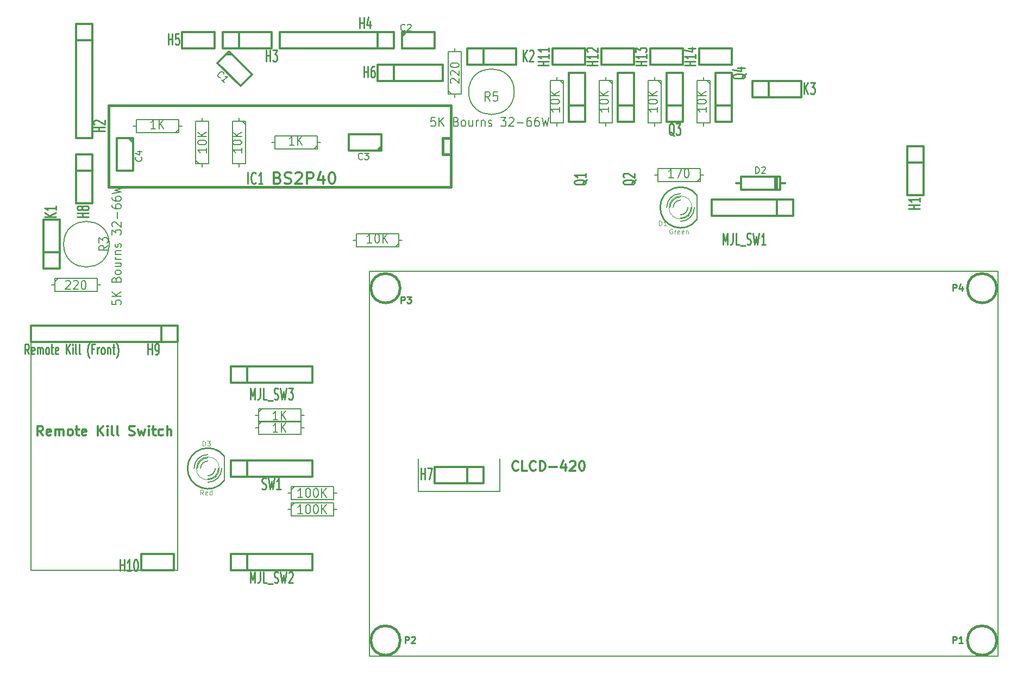
<source format=gto>
G04 (created by PCBNEW (2013-07-07 BZR 4022)-stable) date 12/12/2015 1:25:57 PM*
%MOIN*%
G04 Gerber Fmt 3.4, Leading zero omitted, Abs format*
%FSLAX34Y34*%
G01*
G70*
G90*
G04 APERTURE LIST*
%ADD10C,0.00590551*%
%ADD11C,0.00787402*%
%ADD12C,0.011811*%
%ADD13C,0.012*%
%ADD14C,0.008*%
%ADD15C,0.003*%
%ADD16C,0.01*%
%ADD17C,0.006*%
%ADD18C,0.015*%
%ADD19C,0.0107*%
%ADD20C,0.0106*%
%ADD21C,0.0035*%
%ADD22C,0.01125*%
G04 APERTURE END LIST*
G54D10*
G54D11*
X53000Y-50650D02*
X53000Y-51650D01*
X48000Y-51650D02*
X48000Y-50650D01*
X53000Y-52650D02*
X53000Y-51650D01*
X48000Y-52650D02*
X53000Y-52650D01*
X48000Y-51650D02*
X48000Y-52650D01*
X45000Y-39150D02*
X48000Y-39150D01*
X48000Y-39150D02*
X65500Y-39150D01*
X45000Y-62772D02*
X45000Y-58441D01*
X45000Y-39150D02*
X45000Y-43480D01*
X83582Y-39150D02*
X45000Y-39150D01*
X83582Y-62772D02*
X83582Y-39150D01*
X45000Y-62772D02*
X83582Y-62772D01*
X45000Y-39150D02*
X45000Y-62772D01*
X33250Y-57500D02*
X24250Y-57500D01*
X33250Y-57500D02*
X32500Y-57500D01*
X33250Y-57500D02*
X33250Y-42500D01*
X24250Y-42500D02*
X24250Y-57500D01*
X33250Y-42500D02*
X24250Y-42500D01*
G54D12*
X54143Y-51332D02*
X54115Y-51360D01*
X54031Y-51389D01*
X53975Y-51389D01*
X53890Y-51360D01*
X53834Y-51304D01*
X53806Y-51248D01*
X53778Y-51135D01*
X53778Y-51051D01*
X53806Y-50939D01*
X53834Y-50882D01*
X53890Y-50826D01*
X53975Y-50798D01*
X54031Y-50798D01*
X54115Y-50826D01*
X54143Y-50854D01*
X54678Y-51389D02*
X54397Y-51389D01*
X54397Y-50798D01*
X55212Y-51332D02*
X55184Y-51360D01*
X55100Y-51389D01*
X55043Y-51389D01*
X54959Y-51360D01*
X54903Y-51304D01*
X54875Y-51248D01*
X54847Y-51135D01*
X54847Y-51051D01*
X54875Y-50939D01*
X54903Y-50882D01*
X54959Y-50826D01*
X55043Y-50798D01*
X55100Y-50798D01*
X55184Y-50826D01*
X55212Y-50854D01*
X55465Y-51389D02*
X55465Y-50798D01*
X55606Y-50798D01*
X55690Y-50826D01*
X55746Y-50882D01*
X55775Y-50939D01*
X55803Y-51051D01*
X55803Y-51135D01*
X55775Y-51248D01*
X55746Y-51304D01*
X55690Y-51360D01*
X55606Y-51389D01*
X55465Y-51389D01*
X56056Y-51164D02*
X56506Y-51164D01*
X57040Y-50995D02*
X57040Y-51389D01*
X56899Y-50770D02*
X56759Y-51192D01*
X57124Y-51192D01*
X57321Y-50854D02*
X57349Y-50826D01*
X57406Y-50798D01*
X57546Y-50798D01*
X57602Y-50826D01*
X57631Y-50854D01*
X57659Y-50910D01*
X57659Y-50967D01*
X57631Y-51051D01*
X57293Y-51389D01*
X57659Y-51389D01*
X58024Y-50798D02*
X58080Y-50798D01*
X58137Y-50826D01*
X58165Y-50854D01*
X58193Y-50910D01*
X58221Y-51023D01*
X58221Y-51164D01*
X58193Y-51276D01*
X58165Y-51332D01*
X58137Y-51360D01*
X58080Y-51389D01*
X58024Y-51389D01*
X57968Y-51360D01*
X57940Y-51332D01*
X57912Y-51276D01*
X57884Y-51164D01*
X57884Y-51023D01*
X57912Y-50910D01*
X57940Y-50854D01*
X57968Y-50826D01*
X58024Y-50798D01*
X24981Y-49239D02*
X24784Y-48957D01*
X24644Y-49239D02*
X24644Y-48648D01*
X24869Y-48648D01*
X24925Y-48676D01*
X24953Y-48704D01*
X24981Y-48760D01*
X24981Y-48845D01*
X24953Y-48901D01*
X24925Y-48929D01*
X24869Y-48957D01*
X24644Y-48957D01*
X25459Y-49210D02*
X25403Y-49239D01*
X25291Y-49239D01*
X25234Y-49210D01*
X25206Y-49154D01*
X25206Y-48929D01*
X25234Y-48873D01*
X25291Y-48845D01*
X25403Y-48845D01*
X25459Y-48873D01*
X25487Y-48929D01*
X25487Y-48985D01*
X25206Y-49042D01*
X25741Y-49239D02*
X25741Y-48845D01*
X25741Y-48901D02*
X25769Y-48873D01*
X25825Y-48845D01*
X25909Y-48845D01*
X25965Y-48873D01*
X25994Y-48929D01*
X25994Y-49239D01*
X25994Y-48929D02*
X26022Y-48873D01*
X26078Y-48845D01*
X26162Y-48845D01*
X26219Y-48873D01*
X26247Y-48929D01*
X26247Y-49239D01*
X26612Y-49239D02*
X26556Y-49210D01*
X26528Y-49182D01*
X26500Y-49126D01*
X26500Y-48957D01*
X26528Y-48901D01*
X26556Y-48873D01*
X26612Y-48845D01*
X26697Y-48845D01*
X26753Y-48873D01*
X26781Y-48901D01*
X26809Y-48957D01*
X26809Y-49126D01*
X26781Y-49182D01*
X26753Y-49210D01*
X26697Y-49239D01*
X26612Y-49239D01*
X26978Y-48845D02*
X27203Y-48845D01*
X27062Y-48648D02*
X27062Y-49154D01*
X27090Y-49210D01*
X27147Y-49239D01*
X27203Y-49239D01*
X27625Y-49210D02*
X27568Y-49239D01*
X27456Y-49239D01*
X27400Y-49210D01*
X27372Y-49154D01*
X27372Y-48929D01*
X27400Y-48873D01*
X27456Y-48845D01*
X27568Y-48845D01*
X27625Y-48873D01*
X27653Y-48929D01*
X27653Y-48985D01*
X27372Y-49042D01*
X28356Y-49239D02*
X28356Y-48648D01*
X28693Y-49239D02*
X28440Y-48901D01*
X28693Y-48648D02*
X28356Y-48985D01*
X28946Y-49239D02*
X28946Y-48845D01*
X28946Y-48648D02*
X28918Y-48676D01*
X28946Y-48704D01*
X28974Y-48676D01*
X28946Y-48648D01*
X28946Y-48704D01*
X29312Y-49239D02*
X29256Y-49210D01*
X29228Y-49154D01*
X29228Y-48648D01*
X29621Y-49239D02*
X29565Y-49210D01*
X29537Y-49154D01*
X29537Y-48648D01*
X30268Y-49210D02*
X30352Y-49239D01*
X30493Y-49239D01*
X30549Y-49210D01*
X30577Y-49182D01*
X30606Y-49126D01*
X30606Y-49070D01*
X30577Y-49014D01*
X30549Y-48985D01*
X30493Y-48957D01*
X30381Y-48929D01*
X30324Y-48901D01*
X30296Y-48873D01*
X30268Y-48817D01*
X30268Y-48760D01*
X30296Y-48704D01*
X30324Y-48676D01*
X30381Y-48648D01*
X30521Y-48648D01*
X30606Y-48676D01*
X30802Y-48845D02*
X30915Y-49239D01*
X31027Y-48957D01*
X31140Y-49239D01*
X31252Y-48845D01*
X31477Y-49239D02*
X31477Y-48845D01*
X31477Y-48648D02*
X31449Y-48676D01*
X31477Y-48704D01*
X31505Y-48676D01*
X31477Y-48648D01*
X31477Y-48704D01*
X31674Y-48845D02*
X31899Y-48845D01*
X31758Y-48648D02*
X31758Y-49154D01*
X31787Y-49210D01*
X31843Y-49239D01*
X31899Y-49239D01*
X32349Y-49210D02*
X32293Y-49239D01*
X32180Y-49239D01*
X32124Y-49210D01*
X32096Y-49182D01*
X32068Y-49126D01*
X32068Y-48957D01*
X32096Y-48901D01*
X32124Y-48873D01*
X32180Y-48845D01*
X32293Y-48845D01*
X32349Y-48873D01*
X32602Y-49239D02*
X32602Y-48648D01*
X32855Y-49239D02*
X32855Y-48929D01*
X32827Y-48873D01*
X32771Y-48845D01*
X32687Y-48845D01*
X32630Y-48873D01*
X32602Y-48901D01*
G54D13*
X24250Y-43500D02*
X24250Y-42500D01*
X24250Y-42500D02*
X33250Y-42500D01*
X33250Y-42500D02*
X33250Y-43500D01*
X24250Y-43500D02*
X33250Y-43500D01*
X32250Y-43500D02*
X32250Y-42500D01*
X46500Y-25500D02*
X46500Y-25500D01*
X46500Y-25500D02*
X39500Y-25500D01*
X39500Y-25500D02*
X39500Y-24500D01*
X39500Y-24500D02*
X46500Y-24500D01*
X46500Y-24500D02*
X46500Y-25500D01*
X45500Y-24500D02*
X45500Y-24500D01*
X45500Y-24500D02*
X45500Y-25500D01*
X28000Y-24000D02*
X28000Y-24000D01*
X28000Y-24000D02*
X28000Y-31000D01*
X28000Y-31000D02*
X27000Y-31000D01*
X27000Y-31000D02*
X27000Y-24000D01*
X27000Y-24000D02*
X28000Y-24000D01*
X27000Y-25000D02*
X27000Y-25000D01*
X27000Y-25000D02*
X28000Y-25000D01*
X36500Y-51750D02*
X36500Y-50750D01*
X36500Y-50750D02*
X41500Y-50750D01*
X41500Y-50750D02*
X41500Y-51750D01*
X41500Y-51750D02*
X36500Y-51750D01*
X37500Y-51750D02*
X37500Y-50750D01*
X36500Y-46000D02*
X36500Y-45000D01*
X36500Y-45000D02*
X41500Y-45000D01*
X41500Y-45000D02*
X41500Y-46000D01*
X41500Y-46000D02*
X36500Y-46000D01*
X37500Y-46000D02*
X37500Y-45000D01*
X36500Y-57500D02*
X36500Y-56500D01*
X36500Y-56500D02*
X41500Y-56500D01*
X41500Y-56500D02*
X41500Y-57500D01*
X41500Y-57500D02*
X36500Y-57500D01*
X37500Y-57500D02*
X37500Y-56500D01*
X71000Y-34750D02*
X71000Y-35750D01*
X71000Y-35750D02*
X66000Y-35750D01*
X66000Y-35750D02*
X66000Y-34750D01*
X66000Y-34750D02*
X71000Y-34750D01*
X70000Y-34750D02*
X70000Y-35750D01*
X45500Y-26500D02*
X45500Y-26500D01*
X45500Y-27500D02*
X45500Y-26500D01*
X45500Y-26500D02*
X45500Y-26500D01*
X45500Y-26500D02*
X49500Y-26500D01*
X49500Y-26500D02*
X49500Y-27500D01*
X49500Y-27500D02*
X45500Y-27500D01*
X46500Y-27500D02*
X46500Y-26500D01*
X52000Y-51150D02*
X52000Y-52150D01*
X52000Y-52150D02*
X49000Y-52150D01*
X49000Y-52150D02*
X49000Y-51150D01*
X49000Y-51150D02*
X52000Y-51150D01*
X51000Y-52150D02*
X51000Y-51150D01*
X58250Y-30000D02*
X57250Y-30000D01*
X57250Y-30000D02*
X57250Y-27000D01*
X57250Y-27000D02*
X58250Y-27000D01*
X58250Y-27000D02*
X58250Y-30000D01*
X57250Y-29000D02*
X58250Y-29000D01*
X61250Y-30000D02*
X60250Y-30000D01*
X60250Y-30000D02*
X60250Y-27000D01*
X60250Y-27000D02*
X61250Y-27000D01*
X61250Y-27000D02*
X61250Y-30000D01*
X60250Y-29000D02*
X61250Y-29000D01*
X78000Y-31500D02*
X79000Y-31500D01*
X79000Y-31500D02*
X79000Y-34500D01*
X79000Y-34500D02*
X78000Y-34500D01*
X78000Y-34500D02*
X78000Y-31500D01*
X79000Y-32500D02*
X78000Y-32500D01*
X64250Y-30000D02*
X63250Y-30000D01*
X63250Y-30000D02*
X63250Y-27000D01*
X63250Y-27000D02*
X64250Y-27000D01*
X64250Y-27000D02*
X64250Y-30000D01*
X63250Y-29000D02*
X64250Y-29000D01*
X67250Y-30000D02*
X66250Y-30000D01*
X66250Y-30000D02*
X66250Y-27000D01*
X66250Y-27000D02*
X67250Y-27000D01*
X67250Y-27000D02*
X67250Y-30000D01*
X66250Y-29000D02*
X67250Y-29000D01*
X26000Y-39000D02*
X25000Y-39000D01*
X25000Y-39000D02*
X25000Y-36000D01*
X25000Y-36000D02*
X26000Y-36000D01*
X26000Y-36000D02*
X26000Y-39000D01*
X25000Y-38000D02*
X26000Y-38000D01*
X27000Y-32000D02*
X28000Y-32000D01*
X28000Y-32000D02*
X28000Y-35000D01*
X28000Y-35000D02*
X27000Y-35000D01*
X27000Y-35000D02*
X27000Y-32000D01*
X28000Y-33000D02*
X27000Y-33000D01*
X51000Y-26500D02*
X51000Y-25500D01*
X51000Y-25500D02*
X54000Y-25500D01*
X54000Y-25500D02*
X54000Y-26500D01*
X54000Y-26500D02*
X51000Y-26500D01*
X52000Y-25500D02*
X52000Y-26500D01*
X68500Y-28500D02*
X68500Y-27500D01*
X68500Y-27500D02*
X71500Y-27500D01*
X71500Y-27500D02*
X71500Y-28500D01*
X71500Y-28500D02*
X68500Y-28500D01*
X69500Y-27500D02*
X69500Y-28500D01*
X36000Y-25500D02*
X36000Y-24500D01*
X36000Y-24500D02*
X39000Y-24500D01*
X39000Y-24500D02*
X39000Y-25500D01*
X39000Y-25500D02*
X36000Y-25500D01*
X37000Y-24500D02*
X37000Y-25500D01*
X62250Y-26500D02*
X62250Y-25500D01*
X62250Y-25500D02*
X64250Y-25500D01*
X64250Y-25500D02*
X64250Y-26500D01*
X64250Y-26500D02*
X62250Y-26500D01*
X65250Y-26500D02*
X65250Y-25500D01*
X65250Y-25500D02*
X67250Y-25500D01*
X67250Y-25500D02*
X67250Y-26500D01*
X67250Y-26500D02*
X65250Y-26500D01*
X59250Y-26500D02*
X59250Y-25500D01*
X59250Y-25500D02*
X61250Y-25500D01*
X61250Y-25500D02*
X61250Y-26500D01*
X61250Y-26500D02*
X59250Y-26500D01*
X56250Y-26500D02*
X56250Y-25500D01*
X56250Y-25500D02*
X58250Y-25500D01*
X58250Y-25500D02*
X58250Y-26500D01*
X58250Y-26500D02*
X56250Y-26500D01*
X33500Y-25500D02*
X33500Y-24500D01*
X33500Y-24500D02*
X35500Y-24500D01*
X35500Y-24500D02*
X35500Y-25500D01*
X35500Y-25500D02*
X33500Y-25500D01*
X31000Y-57500D02*
X31000Y-56500D01*
X31000Y-56500D02*
X33000Y-56500D01*
X33000Y-56500D02*
X33000Y-57500D01*
X33000Y-57500D02*
X31000Y-57500D01*
G54D14*
X29050Y-37500D02*
G75*
G03X29050Y-37500I-1400J0D01*
G74*
G01*
X53900Y-28150D02*
G75*
G03X53900Y-28150I-1400J0D01*
G74*
G01*
X62500Y-27250D02*
X62500Y-27450D01*
X62500Y-30250D02*
X62500Y-30050D01*
X62500Y-30050D02*
X62900Y-30050D01*
X62900Y-30050D02*
X62900Y-27450D01*
X62900Y-27450D02*
X62100Y-27450D01*
X62100Y-27450D02*
X62100Y-30050D01*
X62100Y-30050D02*
X62500Y-30050D01*
X62700Y-27450D02*
X62900Y-27650D01*
X59500Y-27250D02*
X59500Y-27450D01*
X59500Y-30250D02*
X59500Y-30050D01*
X59500Y-30050D02*
X59900Y-30050D01*
X59900Y-30050D02*
X59900Y-27450D01*
X59900Y-27450D02*
X59100Y-27450D01*
X59100Y-27450D02*
X59100Y-30050D01*
X59100Y-30050D02*
X59500Y-30050D01*
X59700Y-27450D02*
X59900Y-27650D01*
X65500Y-27250D02*
X65500Y-27450D01*
X65500Y-30250D02*
X65500Y-30050D01*
X65500Y-30050D02*
X65900Y-30050D01*
X65900Y-30050D02*
X65900Y-27450D01*
X65900Y-27450D02*
X65100Y-27450D01*
X65100Y-27450D02*
X65100Y-30050D01*
X65100Y-30050D02*
X65500Y-30050D01*
X65700Y-27450D02*
X65900Y-27650D01*
X56500Y-27250D02*
X56500Y-27450D01*
X56500Y-30250D02*
X56500Y-30050D01*
X56500Y-30050D02*
X56900Y-30050D01*
X56900Y-30050D02*
X56900Y-27450D01*
X56900Y-27450D02*
X56100Y-27450D01*
X56100Y-27450D02*
X56100Y-30050D01*
X56100Y-30050D02*
X56500Y-30050D01*
X56700Y-27450D02*
X56900Y-27650D01*
X34750Y-32750D02*
X34750Y-32550D01*
X34750Y-29750D02*
X34750Y-29950D01*
X34750Y-29950D02*
X34350Y-29950D01*
X34350Y-29950D02*
X34350Y-32550D01*
X34350Y-32550D02*
X35150Y-32550D01*
X35150Y-32550D02*
X35150Y-29950D01*
X35150Y-29950D02*
X34750Y-29950D01*
X34550Y-32550D02*
X34350Y-32350D01*
X40000Y-52750D02*
X40200Y-52750D01*
X43000Y-52750D02*
X42800Y-52750D01*
X42800Y-52750D02*
X42800Y-52350D01*
X42800Y-52350D02*
X40200Y-52350D01*
X40200Y-52350D02*
X40200Y-53150D01*
X40200Y-53150D02*
X42800Y-53150D01*
X42800Y-53150D02*
X42800Y-52750D01*
X40200Y-52550D02*
X40400Y-52350D01*
X38000Y-48000D02*
X38200Y-48000D01*
X41000Y-48000D02*
X40800Y-48000D01*
X40800Y-48000D02*
X40800Y-47600D01*
X40800Y-47600D02*
X38200Y-47600D01*
X38200Y-47600D02*
X38200Y-48400D01*
X38200Y-48400D02*
X40800Y-48400D01*
X40800Y-48400D02*
X40800Y-48000D01*
X38200Y-47800D02*
X38400Y-47600D01*
X38000Y-48750D02*
X38200Y-48750D01*
X41000Y-48750D02*
X40800Y-48750D01*
X40800Y-48750D02*
X40800Y-48350D01*
X40800Y-48350D02*
X38200Y-48350D01*
X38200Y-48350D02*
X38200Y-49150D01*
X38200Y-49150D02*
X40800Y-49150D01*
X40800Y-49150D02*
X40800Y-48750D01*
X38200Y-48550D02*
X38400Y-48350D01*
X37000Y-29750D02*
X37000Y-29950D01*
X37000Y-32750D02*
X37000Y-32550D01*
X37000Y-32550D02*
X37400Y-32550D01*
X37400Y-32550D02*
X37400Y-29950D01*
X37400Y-29950D02*
X36600Y-29950D01*
X36600Y-29950D02*
X36600Y-32550D01*
X36600Y-32550D02*
X37000Y-32550D01*
X37200Y-29950D02*
X37400Y-30150D01*
X65500Y-33250D02*
X65300Y-33250D01*
X62500Y-33250D02*
X62700Y-33250D01*
X62700Y-33250D02*
X62700Y-33650D01*
X62700Y-33650D02*
X65300Y-33650D01*
X65300Y-33650D02*
X65300Y-32850D01*
X65300Y-32850D02*
X62700Y-32850D01*
X62700Y-32850D02*
X62700Y-33250D01*
X65300Y-33450D02*
X65100Y-33650D01*
X40000Y-53750D02*
X40200Y-53750D01*
X43000Y-53750D02*
X42800Y-53750D01*
X42800Y-53750D02*
X42800Y-53350D01*
X42800Y-53350D02*
X40200Y-53350D01*
X40200Y-53350D02*
X40200Y-54150D01*
X40200Y-54150D02*
X42800Y-54150D01*
X42800Y-54150D02*
X42800Y-53750D01*
X40200Y-53550D02*
X40400Y-53350D01*
X47000Y-37250D02*
X46800Y-37250D01*
X44000Y-37250D02*
X44200Y-37250D01*
X44200Y-37250D02*
X44200Y-37650D01*
X44200Y-37650D02*
X46800Y-37650D01*
X46800Y-37650D02*
X46800Y-36850D01*
X46800Y-36850D02*
X44200Y-36850D01*
X44200Y-36850D02*
X44200Y-37250D01*
X46800Y-37450D02*
X46600Y-37650D01*
X50250Y-28500D02*
X50250Y-28300D01*
X50250Y-25500D02*
X50250Y-25700D01*
X50250Y-25700D02*
X49850Y-25700D01*
X49850Y-25700D02*
X49850Y-28300D01*
X49850Y-28300D02*
X50650Y-28300D01*
X50650Y-28300D02*
X50650Y-25700D01*
X50650Y-25700D02*
X50250Y-25700D01*
X50050Y-28300D02*
X49850Y-28100D01*
X33500Y-30250D02*
X33300Y-30250D01*
X30500Y-30250D02*
X30700Y-30250D01*
X30700Y-30250D02*
X30700Y-30650D01*
X30700Y-30650D02*
X33300Y-30650D01*
X33300Y-30650D02*
X33300Y-29850D01*
X33300Y-29850D02*
X30700Y-29850D01*
X30700Y-29850D02*
X30700Y-30250D01*
X33300Y-30450D02*
X33100Y-30650D01*
X25500Y-40000D02*
X25700Y-40000D01*
X28500Y-40000D02*
X28300Y-40000D01*
X28300Y-40000D02*
X28300Y-39600D01*
X28300Y-39600D02*
X25700Y-39600D01*
X25700Y-39600D02*
X25700Y-40400D01*
X25700Y-40400D02*
X28300Y-40400D01*
X28300Y-40400D02*
X28300Y-40000D01*
X25700Y-39800D02*
X25900Y-39600D01*
X42000Y-31250D02*
X41800Y-31250D01*
X39000Y-31250D02*
X39200Y-31250D01*
X39200Y-31250D02*
X39200Y-31650D01*
X39200Y-31650D02*
X41800Y-31650D01*
X41800Y-31650D02*
X41800Y-30850D01*
X41800Y-30850D02*
X39200Y-30850D01*
X39200Y-30850D02*
X39200Y-31250D01*
X41800Y-31450D02*
X41600Y-31650D01*
X36120Y-52000D02*
X36120Y-50500D01*
G54D15*
X35807Y-51250D02*
G75*
G03X35807Y-51250I-707J0D01*
G74*
G01*
G54D16*
X36099Y-50499D02*
G75*
G03X36099Y-52000I-999J-750D01*
G74*
G01*
G54D17*
X35100Y-50800D02*
G75*
G03X34650Y-51250I0J-450D01*
G74*
G01*
X35100Y-51700D02*
G75*
G03X35550Y-51250I0J450D01*
G74*
G01*
X35100Y-50600D02*
G75*
G03X34450Y-51250I0J-650D01*
G74*
G01*
X35100Y-51900D02*
G75*
G03X35750Y-51250I0J650D01*
G74*
G01*
X35100Y-50400D02*
G75*
G03X34250Y-51250I0J-850D01*
G74*
G01*
X35100Y-52100D02*
G75*
G03X35950Y-51250I0J850D01*
G74*
G01*
G54D14*
X65120Y-36000D02*
X65120Y-34500D01*
G54D15*
X64807Y-35250D02*
G75*
G03X64807Y-35250I-707J0D01*
G74*
G01*
G54D16*
X65099Y-34499D02*
G75*
G03X65099Y-36000I-999J-750D01*
G74*
G01*
G54D17*
X64100Y-34800D02*
G75*
G03X63650Y-35250I0J-450D01*
G74*
G01*
X64100Y-35700D02*
G75*
G03X64550Y-35250I0J450D01*
G74*
G01*
X64100Y-34600D02*
G75*
G03X63450Y-35250I0J-650D01*
G74*
G01*
X64100Y-35900D02*
G75*
G03X64750Y-35250I0J650D01*
G74*
G01*
X64100Y-34400D02*
G75*
G03X63250Y-35250I0J-850D01*
G74*
G01*
X64100Y-36100D02*
G75*
G03X64950Y-35250I0J850D01*
G74*
G01*
G54D18*
X50000Y-32000D02*
X49500Y-32000D01*
X49500Y-32000D02*
X49500Y-31000D01*
X49500Y-31000D02*
X50000Y-31000D01*
X50000Y-34000D02*
X29000Y-34000D01*
X29000Y-34000D02*
X29000Y-29000D01*
X29000Y-29000D02*
X50000Y-29000D01*
X50000Y-29000D02*
X50000Y-34000D01*
G54D13*
X70500Y-33750D02*
X70200Y-33750D01*
X70200Y-33750D02*
X70200Y-33350D01*
X70200Y-33350D02*
X67800Y-33350D01*
X67800Y-33350D02*
X67800Y-33750D01*
X67800Y-33750D02*
X67500Y-33750D01*
X67800Y-33750D02*
X67800Y-34150D01*
X67800Y-34150D02*
X70200Y-34150D01*
X70200Y-34150D02*
X70200Y-33750D01*
X70000Y-33350D02*
X70000Y-34150D01*
X69900Y-34150D02*
X69900Y-33350D01*
X36410Y-25703D02*
X37810Y-27103D01*
X37810Y-27103D02*
X37103Y-27810D01*
X37103Y-27810D02*
X35689Y-26396D01*
X35689Y-26396D02*
X36396Y-25689D01*
X36219Y-25866D02*
X36573Y-25866D01*
X30500Y-31020D02*
X30500Y-33000D01*
X30500Y-33000D02*
X29500Y-33000D01*
X29500Y-33000D02*
X29500Y-31000D01*
X29500Y-31000D02*
X30500Y-31000D01*
X30250Y-31000D02*
X30500Y-31250D01*
X45730Y-31750D02*
X43750Y-31750D01*
X43750Y-31750D02*
X43750Y-30750D01*
X43750Y-30750D02*
X45750Y-30750D01*
X45750Y-30750D02*
X45750Y-31750D01*
X45750Y-31500D02*
X45500Y-31750D01*
X47020Y-24500D02*
X49000Y-24500D01*
X49000Y-24500D02*
X49000Y-25500D01*
X49000Y-25500D02*
X47000Y-25500D01*
X47000Y-25500D02*
X47000Y-24500D01*
X47000Y-24750D02*
X47250Y-24500D01*
G54D18*
X83500Y-61800D02*
G75*
G03X83500Y-61800I-900J0D01*
G74*
G01*
X46900Y-61800D02*
G75*
G03X46900Y-61800I-900J0D01*
G74*
G01*
X46900Y-40200D02*
G75*
G03X46900Y-40200I-900J0D01*
G74*
G01*
X83500Y-40200D02*
G75*
G03X83500Y-40200I-900J0D01*
G74*
G01*
G54D19*
X31423Y-44275D02*
X31423Y-43594D01*
X31423Y-43918D02*
X31668Y-43918D01*
X31668Y-44275D02*
X31668Y-43594D01*
X31892Y-44275D02*
X31974Y-44275D01*
X32014Y-44243D01*
X32035Y-44210D01*
X32076Y-44113D01*
X32096Y-43983D01*
X32096Y-43724D01*
X32076Y-43659D01*
X32055Y-43627D01*
X32014Y-43594D01*
X31933Y-43594D01*
X31892Y-43627D01*
X31872Y-43659D01*
X31851Y-43724D01*
X31851Y-43886D01*
X31872Y-43951D01*
X31892Y-43983D01*
X31933Y-44016D01*
X32014Y-44016D01*
X32055Y-43983D01*
X32076Y-43951D01*
X32096Y-43886D01*
G54D13*
G54D16*
X24121Y-44242D02*
X23988Y-43957D01*
X23892Y-44242D02*
X23892Y-43642D01*
X24045Y-43642D01*
X24083Y-43671D01*
X24102Y-43700D01*
X24121Y-43757D01*
X24121Y-43842D01*
X24102Y-43900D01*
X24083Y-43928D01*
X24045Y-43957D01*
X23892Y-43957D01*
X24445Y-44214D02*
X24407Y-44242D01*
X24330Y-44242D01*
X24292Y-44214D01*
X24273Y-44157D01*
X24273Y-43928D01*
X24292Y-43871D01*
X24330Y-43842D01*
X24407Y-43842D01*
X24445Y-43871D01*
X24464Y-43928D01*
X24464Y-43985D01*
X24273Y-44042D01*
X24635Y-44242D02*
X24635Y-43842D01*
X24635Y-43900D02*
X24654Y-43871D01*
X24692Y-43842D01*
X24750Y-43842D01*
X24788Y-43871D01*
X24807Y-43928D01*
X24807Y-44242D01*
X24807Y-43928D02*
X24826Y-43871D01*
X24864Y-43842D01*
X24921Y-43842D01*
X24959Y-43871D01*
X24978Y-43928D01*
X24978Y-44242D01*
X25226Y-44242D02*
X25188Y-44214D01*
X25169Y-44185D01*
X25150Y-44128D01*
X25150Y-43957D01*
X25169Y-43900D01*
X25188Y-43871D01*
X25226Y-43842D01*
X25283Y-43842D01*
X25321Y-43871D01*
X25340Y-43900D01*
X25359Y-43957D01*
X25359Y-44128D01*
X25340Y-44185D01*
X25321Y-44214D01*
X25283Y-44242D01*
X25226Y-44242D01*
X25473Y-43842D02*
X25626Y-43842D01*
X25530Y-43642D02*
X25530Y-44157D01*
X25550Y-44214D01*
X25588Y-44242D01*
X25626Y-44242D01*
X25911Y-44214D02*
X25873Y-44242D01*
X25797Y-44242D01*
X25759Y-44214D01*
X25740Y-44157D01*
X25740Y-43928D01*
X25759Y-43871D01*
X25797Y-43842D01*
X25873Y-43842D01*
X25911Y-43871D01*
X25930Y-43928D01*
X25930Y-43985D01*
X25740Y-44042D01*
X26407Y-44242D02*
X26407Y-43642D01*
X26635Y-44242D02*
X26464Y-43900D01*
X26635Y-43642D02*
X26407Y-43985D01*
X26807Y-44242D02*
X26807Y-43842D01*
X26807Y-43642D02*
X26788Y-43671D01*
X26807Y-43700D01*
X26826Y-43671D01*
X26807Y-43642D01*
X26807Y-43700D01*
X27054Y-44242D02*
X27016Y-44214D01*
X26997Y-44157D01*
X26997Y-43642D01*
X27264Y-44242D02*
X27226Y-44214D01*
X27207Y-44157D01*
X27207Y-43642D01*
X27835Y-44471D02*
X27816Y-44442D01*
X27778Y-44357D01*
X27759Y-44300D01*
X27740Y-44214D01*
X27721Y-44071D01*
X27721Y-43957D01*
X27740Y-43814D01*
X27759Y-43728D01*
X27778Y-43671D01*
X27816Y-43585D01*
X27835Y-43557D01*
X28121Y-43928D02*
X27988Y-43928D01*
X27988Y-44242D02*
X27988Y-43642D01*
X28178Y-43642D01*
X28330Y-44242D02*
X28330Y-43842D01*
X28330Y-43957D02*
X28350Y-43900D01*
X28369Y-43871D01*
X28407Y-43842D01*
X28445Y-43842D01*
X28635Y-44242D02*
X28597Y-44214D01*
X28578Y-44185D01*
X28559Y-44128D01*
X28559Y-43957D01*
X28578Y-43900D01*
X28597Y-43871D01*
X28635Y-43842D01*
X28692Y-43842D01*
X28730Y-43871D01*
X28749Y-43900D01*
X28769Y-43957D01*
X28769Y-44128D01*
X28749Y-44185D01*
X28730Y-44214D01*
X28692Y-44242D01*
X28635Y-44242D01*
X28940Y-43842D02*
X28940Y-44242D01*
X28940Y-43900D02*
X28959Y-43871D01*
X28997Y-43842D01*
X29054Y-43842D01*
X29092Y-43871D01*
X29111Y-43928D01*
X29111Y-44242D01*
X29245Y-43842D02*
X29397Y-43842D01*
X29302Y-43642D02*
X29302Y-44157D01*
X29321Y-44214D01*
X29359Y-44242D01*
X29397Y-44242D01*
X29492Y-44471D02*
X29511Y-44442D01*
X29549Y-44357D01*
X29569Y-44300D01*
X29588Y-44214D01*
X29607Y-44071D01*
X29607Y-43957D01*
X29588Y-43814D01*
X29569Y-43728D01*
X29549Y-43671D01*
X29511Y-43585D01*
X29492Y-43557D01*
G54D13*
G54D19*
X44423Y-24275D02*
X44423Y-23594D01*
X44423Y-23918D02*
X44668Y-23918D01*
X44668Y-24275D02*
X44668Y-23594D01*
X45055Y-23821D02*
X45055Y-24275D01*
X44953Y-23562D02*
X44851Y-24048D01*
X45116Y-24048D01*
G54D13*
G54D19*
X28775Y-30576D02*
X28094Y-30576D01*
X28418Y-30576D02*
X28418Y-30331D01*
X28775Y-30331D02*
X28094Y-30331D01*
X28159Y-30148D02*
X28127Y-30127D01*
X28094Y-30086D01*
X28094Y-29985D01*
X28127Y-29944D01*
X28159Y-29923D01*
X28224Y-29903D01*
X28289Y-29903D01*
X28386Y-29923D01*
X28775Y-30168D01*
X28775Y-29903D01*
G54D13*
G54D19*
X38429Y-52493D02*
X38490Y-52525D01*
X38592Y-52525D01*
X38633Y-52493D01*
X38653Y-52460D01*
X38673Y-52395D01*
X38673Y-52331D01*
X38653Y-52266D01*
X38633Y-52233D01*
X38592Y-52201D01*
X38510Y-52168D01*
X38470Y-52136D01*
X38449Y-52104D01*
X38429Y-52039D01*
X38429Y-51974D01*
X38449Y-51909D01*
X38470Y-51877D01*
X38510Y-51844D01*
X38612Y-51844D01*
X38673Y-51877D01*
X38816Y-51844D02*
X38918Y-52525D01*
X39000Y-52039D01*
X39081Y-52525D01*
X39183Y-51844D01*
X39570Y-52525D02*
X39326Y-52525D01*
X39448Y-52525D02*
X39448Y-51844D01*
X39407Y-51941D01*
X39366Y-52006D01*
X39326Y-52039D01*
G54D13*
G54D19*
X37705Y-47025D02*
X37705Y-46344D01*
X37848Y-46831D01*
X37991Y-46344D01*
X37991Y-47025D01*
X38317Y-46344D02*
X38317Y-46831D01*
X38296Y-46928D01*
X38256Y-46993D01*
X38194Y-47025D01*
X38154Y-47025D01*
X38724Y-47025D02*
X38521Y-47025D01*
X38521Y-46344D01*
X38765Y-47090D02*
X39091Y-47090D01*
X39173Y-46993D02*
X39234Y-47025D01*
X39336Y-47025D01*
X39377Y-46993D01*
X39397Y-46960D01*
X39417Y-46895D01*
X39417Y-46831D01*
X39397Y-46766D01*
X39377Y-46733D01*
X39336Y-46701D01*
X39254Y-46668D01*
X39214Y-46636D01*
X39193Y-46604D01*
X39173Y-46539D01*
X39173Y-46474D01*
X39193Y-46409D01*
X39214Y-46377D01*
X39254Y-46344D01*
X39356Y-46344D01*
X39417Y-46377D01*
X39560Y-46344D02*
X39662Y-47025D01*
X39743Y-46539D01*
X39825Y-47025D01*
X39927Y-46344D01*
X40049Y-46344D02*
X40314Y-46344D01*
X40171Y-46604D01*
X40233Y-46604D01*
X40273Y-46636D01*
X40294Y-46668D01*
X40314Y-46733D01*
X40314Y-46895D01*
X40294Y-46960D01*
X40273Y-46993D01*
X40233Y-47025D01*
X40110Y-47025D01*
X40070Y-46993D01*
X40049Y-46960D01*
G54D13*
G54D19*
X37705Y-58275D02*
X37705Y-57594D01*
X37848Y-58081D01*
X37991Y-57594D01*
X37991Y-58275D01*
X38317Y-57594D02*
X38317Y-58081D01*
X38296Y-58178D01*
X38256Y-58243D01*
X38194Y-58275D01*
X38154Y-58275D01*
X38724Y-58275D02*
X38521Y-58275D01*
X38521Y-57594D01*
X38765Y-58340D02*
X39091Y-58340D01*
X39173Y-58243D02*
X39234Y-58275D01*
X39336Y-58275D01*
X39377Y-58243D01*
X39397Y-58210D01*
X39417Y-58145D01*
X39417Y-58081D01*
X39397Y-58016D01*
X39377Y-57983D01*
X39336Y-57951D01*
X39254Y-57918D01*
X39214Y-57886D01*
X39193Y-57854D01*
X39173Y-57789D01*
X39173Y-57724D01*
X39193Y-57659D01*
X39214Y-57627D01*
X39254Y-57594D01*
X39356Y-57594D01*
X39417Y-57627D01*
X39560Y-57594D02*
X39662Y-58275D01*
X39743Y-57789D01*
X39825Y-58275D01*
X39927Y-57594D01*
X40070Y-57659D02*
X40090Y-57627D01*
X40131Y-57594D01*
X40233Y-57594D01*
X40273Y-57627D01*
X40294Y-57659D01*
X40314Y-57724D01*
X40314Y-57789D01*
X40294Y-57886D01*
X40049Y-58275D01*
X40314Y-58275D01*
G54D13*
G54D19*
X66705Y-37525D02*
X66705Y-36844D01*
X66848Y-37331D01*
X66991Y-36844D01*
X66991Y-37525D01*
X67317Y-36844D02*
X67317Y-37331D01*
X67296Y-37428D01*
X67256Y-37493D01*
X67194Y-37525D01*
X67154Y-37525D01*
X67724Y-37525D02*
X67521Y-37525D01*
X67521Y-36844D01*
X67765Y-37590D02*
X68091Y-37590D01*
X68173Y-37493D02*
X68234Y-37525D01*
X68336Y-37525D01*
X68377Y-37493D01*
X68397Y-37460D01*
X68417Y-37395D01*
X68417Y-37331D01*
X68397Y-37266D01*
X68377Y-37233D01*
X68336Y-37201D01*
X68254Y-37168D01*
X68214Y-37136D01*
X68193Y-37104D01*
X68173Y-37039D01*
X68173Y-36974D01*
X68193Y-36909D01*
X68214Y-36877D01*
X68254Y-36844D01*
X68356Y-36844D01*
X68417Y-36877D01*
X68560Y-36844D02*
X68662Y-37525D01*
X68743Y-37039D01*
X68825Y-37525D01*
X68927Y-36844D01*
X69314Y-37525D02*
X69070Y-37525D01*
X69192Y-37525D02*
X69192Y-36844D01*
X69151Y-36941D01*
X69110Y-37006D01*
X69070Y-37039D01*
G54D13*
G54D19*
X44673Y-27276D02*
X44673Y-26593D01*
X44673Y-26918D02*
X44918Y-26918D01*
X44918Y-27276D02*
X44918Y-26593D01*
X45305Y-26593D02*
X45224Y-26593D01*
X45183Y-26625D01*
X45163Y-26658D01*
X45122Y-26756D01*
X45101Y-26886D01*
X45101Y-27146D01*
X45122Y-27211D01*
X45142Y-27243D01*
X45183Y-27276D01*
X45264Y-27276D01*
X45305Y-27243D01*
X45326Y-27211D01*
X45346Y-27146D01*
X45346Y-26983D01*
X45326Y-26918D01*
X45305Y-26886D01*
X45264Y-26853D01*
X45183Y-26853D01*
X45142Y-26886D01*
X45122Y-26918D01*
X45101Y-26983D01*
G54D13*
G54D20*
X48176Y-51935D02*
X48176Y-51230D01*
X48176Y-51566D02*
X48419Y-51566D01*
X48419Y-51935D02*
X48419Y-51230D01*
X48580Y-51230D02*
X48863Y-51230D01*
X48681Y-51935D01*
G54D13*
G54D20*
X58352Y-33540D02*
X58318Y-33580D01*
X58251Y-33621D01*
X58151Y-33681D01*
X58117Y-33722D01*
X58117Y-33762D01*
X58285Y-33742D02*
X58251Y-33782D01*
X58184Y-33823D01*
X58050Y-33843D01*
X57815Y-33843D01*
X57681Y-33823D01*
X57613Y-33782D01*
X57580Y-33742D01*
X57580Y-33661D01*
X57613Y-33621D01*
X57681Y-33580D01*
X57815Y-33560D01*
X58050Y-33560D01*
X58184Y-33580D01*
X58251Y-33621D01*
X58285Y-33661D01*
X58285Y-33742D01*
X58285Y-33156D02*
X58285Y-33399D01*
X58285Y-33277D02*
X57580Y-33277D01*
X57681Y-33318D01*
X57748Y-33358D01*
X57781Y-33399D01*
G54D13*
G54D20*
X61352Y-33540D02*
X61318Y-33580D01*
X61251Y-33621D01*
X61151Y-33681D01*
X61117Y-33722D01*
X61117Y-33762D01*
X61285Y-33742D02*
X61251Y-33782D01*
X61184Y-33823D01*
X61050Y-33843D01*
X60815Y-33843D01*
X60681Y-33823D01*
X60613Y-33782D01*
X60580Y-33742D01*
X60580Y-33661D01*
X60613Y-33621D01*
X60681Y-33580D01*
X60815Y-33560D01*
X61050Y-33560D01*
X61184Y-33580D01*
X61251Y-33621D01*
X61285Y-33661D01*
X61285Y-33742D01*
X60647Y-33399D02*
X60613Y-33378D01*
X60580Y-33338D01*
X60580Y-33237D01*
X60613Y-33197D01*
X60647Y-33176D01*
X60714Y-33156D01*
X60781Y-33156D01*
X60882Y-33176D01*
X61285Y-33419D01*
X61285Y-33156D01*
G54D13*
G54D20*
X78785Y-35323D02*
X78080Y-35323D01*
X78416Y-35323D02*
X78416Y-35080D01*
X78785Y-35080D02*
X78080Y-35080D01*
X78785Y-34656D02*
X78785Y-34899D01*
X78785Y-34777D02*
X78080Y-34777D01*
X78181Y-34818D01*
X78248Y-34858D01*
X78281Y-34899D01*
G54D13*
G54D20*
X63709Y-30852D02*
X63669Y-30818D01*
X63628Y-30751D01*
X63568Y-30651D01*
X63527Y-30617D01*
X63487Y-30617D01*
X63507Y-30785D02*
X63467Y-30751D01*
X63426Y-30684D01*
X63406Y-30550D01*
X63406Y-30315D01*
X63426Y-30181D01*
X63467Y-30113D01*
X63507Y-30080D01*
X63588Y-30080D01*
X63628Y-30113D01*
X63669Y-30181D01*
X63689Y-30315D01*
X63689Y-30550D01*
X63669Y-30684D01*
X63628Y-30751D01*
X63588Y-30785D01*
X63507Y-30785D01*
X63830Y-30080D02*
X64093Y-30080D01*
X63951Y-30348D01*
X64012Y-30348D01*
X64052Y-30382D01*
X64073Y-30416D01*
X64093Y-30483D01*
X64093Y-30651D01*
X64073Y-30718D01*
X64052Y-30751D01*
X64012Y-30785D01*
X63891Y-30785D01*
X63850Y-30751D01*
X63830Y-30718D01*
G54D13*
G54D20*
X68102Y-27040D02*
X68068Y-27080D01*
X68001Y-27121D01*
X67901Y-27181D01*
X67867Y-27222D01*
X67867Y-27262D01*
X68035Y-27242D02*
X68001Y-27282D01*
X67934Y-27323D01*
X67800Y-27343D01*
X67565Y-27343D01*
X67431Y-27323D01*
X67363Y-27282D01*
X67330Y-27242D01*
X67330Y-27161D01*
X67363Y-27121D01*
X67431Y-27080D01*
X67565Y-27060D01*
X67800Y-27060D01*
X67934Y-27080D01*
X68001Y-27121D01*
X68035Y-27161D01*
X68035Y-27242D01*
X67565Y-26697D02*
X68035Y-26697D01*
X67296Y-26798D02*
X67800Y-26899D01*
X67800Y-26636D01*
G54D13*
G54D20*
X25785Y-35812D02*
X25080Y-35812D01*
X25785Y-35570D02*
X25382Y-35752D01*
X25080Y-35570D02*
X25483Y-35812D01*
X25785Y-35166D02*
X25785Y-35409D01*
X25785Y-35288D02*
X25080Y-35288D01*
X25181Y-35328D01*
X25248Y-35368D01*
X25281Y-35409D01*
G54D13*
G54D20*
X27785Y-35823D02*
X27080Y-35823D01*
X27416Y-35823D02*
X27416Y-35580D01*
X27785Y-35580D02*
X27080Y-35580D01*
X27382Y-35318D02*
X27348Y-35358D01*
X27315Y-35378D01*
X27248Y-35399D01*
X27214Y-35399D01*
X27147Y-35378D01*
X27113Y-35358D01*
X27080Y-35318D01*
X27080Y-35237D01*
X27113Y-35197D01*
X27147Y-35176D01*
X27214Y-35156D01*
X27248Y-35156D01*
X27315Y-35176D01*
X27348Y-35197D01*
X27382Y-35237D01*
X27382Y-35318D01*
X27416Y-35358D01*
X27449Y-35378D01*
X27516Y-35399D01*
X27651Y-35399D01*
X27718Y-35378D01*
X27751Y-35358D01*
X27785Y-35318D01*
X27785Y-35237D01*
X27751Y-35197D01*
X27718Y-35176D01*
X27651Y-35156D01*
X27516Y-35156D01*
X27449Y-35176D01*
X27416Y-35197D01*
X27382Y-35237D01*
G54D13*
G54D20*
X54437Y-26285D02*
X54437Y-25580D01*
X54679Y-26285D02*
X54497Y-25882D01*
X54679Y-25580D02*
X54437Y-25983D01*
X54840Y-25647D02*
X54861Y-25613D01*
X54901Y-25580D01*
X55002Y-25580D01*
X55042Y-25613D01*
X55062Y-25647D01*
X55083Y-25714D01*
X55083Y-25781D01*
X55062Y-25882D01*
X54820Y-26285D01*
X55083Y-26285D01*
G54D13*
G54D20*
X71687Y-28285D02*
X71687Y-27580D01*
X71929Y-28285D02*
X71747Y-27882D01*
X71929Y-27580D02*
X71687Y-27983D01*
X72070Y-27580D02*
X72333Y-27580D01*
X72191Y-27848D01*
X72252Y-27848D01*
X72292Y-27882D01*
X72312Y-27916D01*
X72333Y-27983D01*
X72333Y-28151D01*
X72312Y-28218D01*
X72292Y-28251D01*
X72252Y-28285D01*
X72131Y-28285D01*
X72090Y-28251D01*
X72070Y-28218D01*
G54D13*
G54D20*
X38676Y-26285D02*
X38676Y-25580D01*
X38676Y-25916D02*
X38919Y-25916D01*
X38919Y-26285D02*
X38919Y-25580D01*
X39080Y-25580D02*
X39343Y-25580D01*
X39201Y-25848D01*
X39262Y-25848D01*
X39302Y-25882D01*
X39323Y-25916D01*
X39343Y-25983D01*
X39343Y-26151D01*
X39323Y-26218D01*
X39302Y-26251D01*
X39262Y-26285D01*
X39141Y-26285D01*
X39100Y-26251D01*
X39080Y-26218D01*
G54D13*
G54D19*
X62025Y-26529D02*
X61344Y-26529D01*
X61668Y-26529D02*
X61668Y-26285D01*
X62025Y-26285D02*
X61344Y-26285D01*
X62025Y-25857D02*
X62025Y-26101D01*
X62025Y-25979D02*
X61344Y-25979D01*
X61441Y-26020D01*
X61506Y-26061D01*
X61539Y-26101D01*
X61344Y-25714D02*
X61344Y-25449D01*
X61604Y-25592D01*
X61604Y-25531D01*
X61636Y-25490D01*
X61668Y-25470D01*
X61733Y-25449D01*
X61895Y-25449D01*
X61960Y-25470D01*
X61993Y-25490D01*
X62025Y-25531D01*
X62025Y-25653D01*
X61993Y-25694D01*
X61960Y-25714D01*
G54D13*
G54D19*
X65025Y-26529D02*
X64344Y-26529D01*
X64668Y-26529D02*
X64668Y-26285D01*
X65025Y-26285D02*
X64344Y-26285D01*
X65025Y-25857D02*
X65025Y-26101D01*
X65025Y-25979D02*
X64344Y-25979D01*
X64441Y-26020D01*
X64506Y-26061D01*
X64539Y-26101D01*
X64571Y-25490D02*
X65025Y-25490D01*
X64312Y-25592D02*
X64798Y-25694D01*
X64798Y-25429D01*
G54D13*
G54D19*
X59025Y-26529D02*
X58344Y-26529D01*
X58668Y-26529D02*
X58668Y-26285D01*
X59025Y-26285D02*
X58344Y-26285D01*
X59025Y-25857D02*
X59025Y-26101D01*
X59025Y-25979D02*
X58344Y-25979D01*
X58441Y-26020D01*
X58506Y-26061D01*
X58539Y-26101D01*
X58409Y-25694D02*
X58377Y-25673D01*
X58344Y-25633D01*
X58344Y-25531D01*
X58377Y-25490D01*
X58409Y-25470D01*
X58474Y-25449D01*
X58539Y-25449D01*
X58636Y-25470D01*
X59025Y-25714D01*
X59025Y-25449D01*
G54D13*
G54D19*
X56025Y-26529D02*
X55344Y-26529D01*
X55668Y-26529D02*
X55668Y-26285D01*
X56025Y-26285D02*
X55344Y-26285D01*
X56025Y-25857D02*
X56025Y-26101D01*
X56025Y-25979D02*
X55344Y-25979D01*
X55441Y-26020D01*
X55506Y-26061D01*
X55539Y-26101D01*
X56025Y-25449D02*
X56025Y-25694D01*
X56025Y-25572D02*
X55344Y-25572D01*
X55441Y-25612D01*
X55506Y-25653D01*
X55539Y-25694D01*
G54D13*
G54D19*
X32673Y-25275D02*
X32673Y-24594D01*
X32673Y-24918D02*
X32918Y-24918D01*
X32918Y-25275D02*
X32918Y-24594D01*
X33326Y-24594D02*
X33122Y-24594D01*
X33101Y-24918D01*
X33122Y-24886D01*
X33163Y-24854D01*
X33264Y-24854D01*
X33305Y-24886D01*
X33326Y-24918D01*
X33346Y-24983D01*
X33346Y-25145D01*
X33326Y-25210D01*
X33305Y-25243D01*
X33264Y-25275D01*
X33163Y-25275D01*
X33122Y-25243D01*
X33101Y-25210D01*
G54D13*
G54D19*
X29720Y-57525D02*
X29720Y-56844D01*
X29720Y-57168D02*
X29964Y-57168D01*
X29964Y-57525D02*
X29964Y-56844D01*
X30392Y-57525D02*
X30148Y-57525D01*
X30270Y-57525D02*
X30270Y-56844D01*
X30229Y-56941D01*
X30188Y-57006D01*
X30148Y-57039D01*
X30657Y-56844D02*
X30698Y-56844D01*
X30739Y-56877D01*
X30759Y-56909D01*
X30779Y-56974D01*
X30800Y-57104D01*
X30800Y-57266D01*
X30779Y-57395D01*
X30759Y-57460D01*
X30739Y-57493D01*
X30698Y-57525D01*
X30657Y-57525D01*
X30616Y-57493D01*
X30596Y-57460D01*
X30576Y-57395D01*
X30555Y-57266D01*
X30555Y-57104D01*
X30576Y-56974D01*
X30596Y-56909D01*
X30616Y-56877D01*
X30657Y-56844D01*
G54D13*
G54D14*
X28972Y-37583D02*
X28710Y-37750D01*
X28972Y-37869D02*
X28422Y-37869D01*
X28422Y-37678D01*
X28448Y-37630D01*
X28475Y-37607D01*
X28527Y-37583D01*
X28605Y-37583D01*
X28658Y-37607D01*
X28684Y-37630D01*
X28710Y-37678D01*
X28710Y-37869D01*
X28422Y-37416D02*
X28422Y-37107D01*
X28632Y-37273D01*
X28632Y-37202D01*
X28658Y-37154D01*
X28684Y-37130D01*
X28736Y-37107D01*
X28867Y-37107D01*
X28920Y-37130D01*
X28946Y-37154D01*
X28972Y-37202D01*
X28972Y-37345D01*
X28946Y-37392D01*
X28920Y-37416D01*
X29222Y-40945D02*
X29222Y-41183D01*
X29484Y-41207D01*
X29458Y-41183D01*
X29432Y-41135D01*
X29432Y-41016D01*
X29458Y-40969D01*
X29484Y-40945D01*
X29536Y-40921D01*
X29667Y-40921D01*
X29720Y-40945D01*
X29746Y-40969D01*
X29772Y-41016D01*
X29772Y-41135D01*
X29746Y-41183D01*
X29720Y-41207D01*
X29772Y-40707D02*
X29222Y-40707D01*
X29772Y-40421D02*
X29458Y-40635D01*
X29222Y-40421D02*
X29536Y-40707D01*
X29484Y-39659D02*
X29510Y-39588D01*
X29536Y-39564D01*
X29589Y-39540D01*
X29667Y-39540D01*
X29720Y-39564D01*
X29746Y-39588D01*
X29772Y-39635D01*
X29772Y-39826D01*
X29222Y-39826D01*
X29222Y-39659D01*
X29248Y-39611D01*
X29275Y-39588D01*
X29327Y-39564D01*
X29379Y-39564D01*
X29432Y-39588D01*
X29458Y-39611D01*
X29484Y-39659D01*
X29484Y-39826D01*
X29772Y-39254D02*
X29746Y-39302D01*
X29720Y-39326D01*
X29667Y-39350D01*
X29510Y-39350D01*
X29458Y-39326D01*
X29432Y-39302D01*
X29405Y-39254D01*
X29405Y-39183D01*
X29432Y-39135D01*
X29458Y-39111D01*
X29510Y-39088D01*
X29667Y-39088D01*
X29720Y-39111D01*
X29746Y-39135D01*
X29772Y-39183D01*
X29772Y-39254D01*
X29405Y-38659D02*
X29772Y-38659D01*
X29405Y-38873D02*
X29694Y-38873D01*
X29746Y-38850D01*
X29772Y-38802D01*
X29772Y-38730D01*
X29746Y-38683D01*
X29720Y-38659D01*
X29772Y-38421D02*
X29405Y-38421D01*
X29510Y-38421D02*
X29458Y-38397D01*
X29432Y-38373D01*
X29405Y-38326D01*
X29405Y-38278D01*
X29405Y-38111D02*
X29772Y-38111D01*
X29458Y-38111D02*
X29432Y-38088D01*
X29405Y-38040D01*
X29405Y-37969D01*
X29432Y-37921D01*
X29484Y-37897D01*
X29772Y-37897D01*
X29746Y-37683D02*
X29772Y-37635D01*
X29772Y-37540D01*
X29746Y-37492D01*
X29694Y-37469D01*
X29667Y-37469D01*
X29615Y-37492D01*
X29589Y-37540D01*
X29589Y-37611D01*
X29563Y-37659D01*
X29510Y-37683D01*
X29484Y-37683D01*
X29432Y-37659D01*
X29405Y-37611D01*
X29405Y-37540D01*
X29432Y-37492D01*
X29222Y-36921D02*
X29222Y-36611D01*
X29432Y-36778D01*
X29432Y-36707D01*
X29458Y-36659D01*
X29484Y-36635D01*
X29536Y-36611D01*
X29667Y-36611D01*
X29720Y-36635D01*
X29746Y-36659D01*
X29772Y-36707D01*
X29772Y-36850D01*
X29746Y-36897D01*
X29720Y-36921D01*
X29275Y-36421D02*
X29248Y-36397D01*
X29222Y-36350D01*
X29222Y-36230D01*
X29248Y-36183D01*
X29275Y-36159D01*
X29327Y-36135D01*
X29379Y-36135D01*
X29458Y-36159D01*
X29772Y-36445D01*
X29772Y-36135D01*
X29563Y-35921D02*
X29563Y-35540D01*
X29222Y-35088D02*
X29222Y-35183D01*
X29248Y-35230D01*
X29275Y-35254D01*
X29353Y-35302D01*
X29458Y-35326D01*
X29667Y-35326D01*
X29720Y-35302D01*
X29746Y-35278D01*
X29772Y-35230D01*
X29772Y-35135D01*
X29746Y-35088D01*
X29720Y-35064D01*
X29667Y-35040D01*
X29536Y-35040D01*
X29484Y-35064D01*
X29458Y-35088D01*
X29432Y-35135D01*
X29432Y-35230D01*
X29458Y-35278D01*
X29484Y-35302D01*
X29536Y-35326D01*
X29222Y-34611D02*
X29222Y-34707D01*
X29248Y-34754D01*
X29275Y-34778D01*
X29353Y-34826D01*
X29458Y-34849D01*
X29667Y-34849D01*
X29720Y-34826D01*
X29746Y-34802D01*
X29772Y-34754D01*
X29772Y-34659D01*
X29746Y-34611D01*
X29720Y-34588D01*
X29667Y-34564D01*
X29536Y-34564D01*
X29484Y-34588D01*
X29458Y-34611D01*
X29432Y-34659D01*
X29432Y-34754D01*
X29458Y-34802D01*
X29484Y-34826D01*
X29536Y-34849D01*
X29222Y-34397D02*
X29772Y-34278D01*
X29379Y-34183D01*
X29772Y-34088D01*
X29222Y-33969D01*
X52416Y-28722D02*
X52250Y-28460D01*
X52130Y-28722D02*
X52130Y-28172D01*
X52321Y-28172D01*
X52369Y-28198D01*
X52392Y-28225D01*
X52416Y-28277D01*
X52416Y-28355D01*
X52392Y-28408D01*
X52369Y-28434D01*
X52321Y-28460D01*
X52130Y-28460D01*
X52869Y-28172D02*
X52630Y-28172D01*
X52607Y-28434D01*
X52630Y-28408D01*
X52678Y-28382D01*
X52797Y-28382D01*
X52845Y-28408D01*
X52869Y-28434D01*
X52892Y-28486D01*
X52892Y-28617D01*
X52869Y-28670D01*
X52845Y-28696D01*
X52797Y-28722D01*
X52678Y-28722D01*
X52630Y-28696D01*
X52607Y-28670D01*
X49054Y-29722D02*
X48816Y-29722D01*
X48792Y-29984D01*
X48816Y-29958D01*
X48864Y-29932D01*
X48983Y-29932D01*
X49030Y-29958D01*
X49054Y-29984D01*
X49078Y-30036D01*
X49078Y-30167D01*
X49054Y-30220D01*
X49030Y-30246D01*
X48983Y-30272D01*
X48864Y-30272D01*
X48816Y-30246D01*
X48792Y-30220D01*
X49292Y-30272D02*
X49292Y-29722D01*
X49578Y-30272D02*
X49364Y-29958D01*
X49578Y-29722D02*
X49292Y-30036D01*
X50340Y-29984D02*
X50411Y-30010D01*
X50435Y-30036D01*
X50459Y-30089D01*
X50459Y-30167D01*
X50435Y-30220D01*
X50411Y-30246D01*
X50364Y-30272D01*
X50173Y-30272D01*
X50173Y-29722D01*
X50340Y-29722D01*
X50388Y-29748D01*
X50411Y-29775D01*
X50435Y-29827D01*
X50435Y-29879D01*
X50411Y-29932D01*
X50388Y-29958D01*
X50340Y-29984D01*
X50173Y-29984D01*
X50745Y-30272D02*
X50697Y-30246D01*
X50673Y-30220D01*
X50650Y-30167D01*
X50650Y-30010D01*
X50673Y-29958D01*
X50697Y-29932D01*
X50745Y-29905D01*
X50816Y-29905D01*
X50864Y-29932D01*
X50888Y-29958D01*
X50911Y-30010D01*
X50911Y-30167D01*
X50888Y-30220D01*
X50864Y-30246D01*
X50816Y-30272D01*
X50745Y-30272D01*
X51340Y-29905D02*
X51340Y-30272D01*
X51126Y-29905D02*
X51126Y-30194D01*
X51150Y-30246D01*
X51197Y-30272D01*
X51269Y-30272D01*
X51316Y-30246D01*
X51340Y-30220D01*
X51578Y-30272D02*
X51578Y-29905D01*
X51578Y-30010D02*
X51602Y-29958D01*
X51626Y-29932D01*
X51673Y-29905D01*
X51721Y-29905D01*
X51888Y-29905D02*
X51888Y-30272D01*
X51888Y-29958D02*
X51911Y-29932D01*
X51959Y-29905D01*
X52030Y-29905D01*
X52078Y-29932D01*
X52102Y-29984D01*
X52102Y-30272D01*
X52316Y-30246D02*
X52364Y-30272D01*
X52459Y-30272D01*
X52507Y-30246D01*
X52530Y-30194D01*
X52530Y-30167D01*
X52507Y-30115D01*
X52459Y-30089D01*
X52388Y-30089D01*
X52340Y-30063D01*
X52316Y-30010D01*
X52316Y-29984D01*
X52340Y-29932D01*
X52388Y-29905D01*
X52459Y-29905D01*
X52507Y-29932D01*
X53078Y-29722D02*
X53388Y-29722D01*
X53221Y-29932D01*
X53292Y-29932D01*
X53340Y-29958D01*
X53364Y-29984D01*
X53388Y-30036D01*
X53388Y-30167D01*
X53364Y-30220D01*
X53340Y-30246D01*
X53292Y-30272D01*
X53150Y-30272D01*
X53102Y-30246D01*
X53078Y-30220D01*
X53578Y-29775D02*
X53602Y-29748D01*
X53650Y-29722D01*
X53769Y-29722D01*
X53816Y-29748D01*
X53840Y-29775D01*
X53864Y-29827D01*
X53864Y-29879D01*
X53840Y-29958D01*
X53554Y-30272D01*
X53864Y-30272D01*
X54078Y-30063D02*
X54459Y-30063D01*
X54911Y-29722D02*
X54816Y-29722D01*
X54769Y-29748D01*
X54745Y-29775D01*
X54697Y-29853D01*
X54673Y-29958D01*
X54673Y-30167D01*
X54697Y-30220D01*
X54721Y-30246D01*
X54769Y-30272D01*
X54864Y-30272D01*
X54911Y-30246D01*
X54935Y-30220D01*
X54959Y-30167D01*
X54959Y-30036D01*
X54935Y-29984D01*
X54911Y-29958D01*
X54864Y-29932D01*
X54769Y-29932D01*
X54721Y-29958D01*
X54697Y-29984D01*
X54673Y-30036D01*
X55388Y-29722D02*
X55292Y-29722D01*
X55245Y-29748D01*
X55221Y-29775D01*
X55173Y-29853D01*
X55150Y-29958D01*
X55150Y-30167D01*
X55173Y-30220D01*
X55197Y-30246D01*
X55245Y-30272D01*
X55340Y-30272D01*
X55388Y-30246D01*
X55411Y-30220D01*
X55435Y-30167D01*
X55435Y-30036D01*
X55411Y-29984D01*
X55388Y-29958D01*
X55340Y-29932D01*
X55245Y-29932D01*
X55197Y-29958D01*
X55173Y-29984D01*
X55150Y-30036D01*
X55602Y-29722D02*
X55721Y-30272D01*
X55816Y-29879D01*
X55911Y-30272D01*
X56030Y-29722D01*
X62672Y-29095D02*
X62672Y-29380D01*
X62672Y-29238D02*
X62122Y-29238D01*
X62201Y-29285D01*
X62253Y-29333D01*
X62279Y-29380D01*
X62122Y-28785D02*
X62122Y-28738D01*
X62148Y-28690D01*
X62175Y-28666D01*
X62227Y-28642D01*
X62332Y-28619D01*
X62463Y-28619D01*
X62567Y-28642D01*
X62620Y-28666D01*
X62646Y-28690D01*
X62672Y-28738D01*
X62672Y-28785D01*
X62646Y-28833D01*
X62620Y-28857D01*
X62567Y-28880D01*
X62463Y-28904D01*
X62332Y-28904D01*
X62227Y-28880D01*
X62175Y-28857D01*
X62148Y-28833D01*
X62122Y-28785D01*
X62672Y-28404D02*
X62122Y-28404D01*
X62672Y-28119D02*
X62358Y-28333D01*
X62122Y-28119D02*
X62436Y-28404D01*
X59672Y-29095D02*
X59672Y-29380D01*
X59672Y-29238D02*
X59122Y-29238D01*
X59201Y-29285D01*
X59253Y-29333D01*
X59279Y-29380D01*
X59122Y-28785D02*
X59122Y-28738D01*
X59148Y-28690D01*
X59175Y-28666D01*
X59227Y-28642D01*
X59332Y-28619D01*
X59463Y-28619D01*
X59567Y-28642D01*
X59620Y-28666D01*
X59646Y-28690D01*
X59672Y-28738D01*
X59672Y-28785D01*
X59646Y-28833D01*
X59620Y-28857D01*
X59567Y-28880D01*
X59463Y-28904D01*
X59332Y-28904D01*
X59227Y-28880D01*
X59175Y-28857D01*
X59148Y-28833D01*
X59122Y-28785D01*
X59672Y-28404D02*
X59122Y-28404D01*
X59672Y-28119D02*
X59358Y-28333D01*
X59122Y-28119D02*
X59436Y-28404D01*
X65672Y-29095D02*
X65672Y-29380D01*
X65672Y-29238D02*
X65122Y-29238D01*
X65201Y-29285D01*
X65253Y-29333D01*
X65279Y-29380D01*
X65122Y-28785D02*
X65122Y-28738D01*
X65148Y-28690D01*
X65175Y-28666D01*
X65227Y-28642D01*
X65332Y-28619D01*
X65463Y-28619D01*
X65567Y-28642D01*
X65620Y-28666D01*
X65646Y-28690D01*
X65672Y-28738D01*
X65672Y-28785D01*
X65646Y-28833D01*
X65620Y-28857D01*
X65567Y-28880D01*
X65463Y-28904D01*
X65332Y-28904D01*
X65227Y-28880D01*
X65175Y-28857D01*
X65148Y-28833D01*
X65122Y-28785D01*
X65672Y-28404D02*
X65122Y-28404D01*
X65672Y-28119D02*
X65358Y-28333D01*
X65122Y-28119D02*
X65436Y-28404D01*
X56672Y-29095D02*
X56672Y-29380D01*
X56672Y-29238D02*
X56122Y-29238D01*
X56201Y-29285D01*
X56253Y-29333D01*
X56279Y-29380D01*
X56122Y-28785D02*
X56122Y-28738D01*
X56148Y-28690D01*
X56175Y-28666D01*
X56227Y-28642D01*
X56332Y-28619D01*
X56463Y-28619D01*
X56567Y-28642D01*
X56620Y-28666D01*
X56646Y-28690D01*
X56672Y-28738D01*
X56672Y-28785D01*
X56646Y-28833D01*
X56620Y-28857D01*
X56567Y-28880D01*
X56463Y-28904D01*
X56332Y-28904D01*
X56227Y-28880D01*
X56175Y-28857D01*
X56148Y-28833D01*
X56122Y-28785D01*
X56672Y-28404D02*
X56122Y-28404D01*
X56672Y-28119D02*
X56358Y-28333D01*
X56122Y-28119D02*
X56436Y-28404D01*
X35022Y-31595D02*
X35022Y-31880D01*
X35022Y-31738D02*
X34472Y-31738D01*
X34551Y-31785D01*
X34603Y-31833D01*
X34629Y-31880D01*
X34472Y-31285D02*
X34472Y-31238D01*
X34498Y-31190D01*
X34525Y-31166D01*
X34577Y-31142D01*
X34682Y-31119D01*
X34813Y-31119D01*
X34917Y-31142D01*
X34970Y-31166D01*
X34996Y-31190D01*
X35022Y-31238D01*
X35022Y-31285D01*
X34996Y-31333D01*
X34970Y-31357D01*
X34917Y-31380D01*
X34813Y-31404D01*
X34682Y-31404D01*
X34577Y-31380D01*
X34525Y-31357D01*
X34498Y-31333D01*
X34472Y-31285D01*
X35022Y-30904D02*
X34472Y-30904D01*
X35022Y-30619D02*
X34708Y-30833D01*
X34472Y-30619D02*
X34786Y-30904D01*
X40916Y-53022D02*
X40630Y-53022D01*
X40773Y-53022D02*
X40773Y-52472D01*
X40726Y-52551D01*
X40678Y-52603D01*
X40630Y-52629D01*
X41226Y-52472D02*
X41273Y-52472D01*
X41321Y-52498D01*
X41345Y-52525D01*
X41369Y-52577D01*
X41392Y-52682D01*
X41392Y-52813D01*
X41369Y-52917D01*
X41345Y-52970D01*
X41321Y-52996D01*
X41273Y-53022D01*
X41226Y-53022D01*
X41178Y-52996D01*
X41154Y-52970D01*
X41130Y-52917D01*
X41107Y-52813D01*
X41107Y-52682D01*
X41130Y-52577D01*
X41154Y-52525D01*
X41178Y-52498D01*
X41226Y-52472D01*
X41702Y-52472D02*
X41750Y-52472D01*
X41797Y-52498D01*
X41821Y-52525D01*
X41845Y-52577D01*
X41869Y-52682D01*
X41869Y-52813D01*
X41845Y-52917D01*
X41821Y-52970D01*
X41797Y-52996D01*
X41750Y-53022D01*
X41702Y-53022D01*
X41654Y-52996D01*
X41630Y-52970D01*
X41607Y-52917D01*
X41583Y-52813D01*
X41583Y-52682D01*
X41607Y-52577D01*
X41630Y-52525D01*
X41654Y-52498D01*
X41702Y-52472D01*
X42083Y-53022D02*
X42083Y-52472D01*
X42369Y-53022D02*
X42154Y-52708D01*
X42369Y-52472D02*
X42083Y-52786D01*
X39392Y-48272D02*
X39107Y-48272D01*
X39250Y-48272D02*
X39250Y-47722D01*
X39202Y-47801D01*
X39154Y-47853D01*
X39107Y-47879D01*
X39607Y-48272D02*
X39607Y-47722D01*
X39892Y-48272D02*
X39678Y-47958D01*
X39892Y-47722D02*
X39607Y-48036D01*
X39392Y-49022D02*
X39107Y-49022D01*
X39250Y-49022D02*
X39250Y-48472D01*
X39202Y-48551D01*
X39154Y-48603D01*
X39107Y-48629D01*
X39607Y-49022D02*
X39607Y-48472D01*
X39892Y-49022D02*
X39678Y-48708D01*
X39892Y-48472D02*
X39607Y-48786D01*
X37172Y-31595D02*
X37172Y-31880D01*
X37172Y-31738D02*
X36622Y-31738D01*
X36701Y-31785D01*
X36753Y-31833D01*
X36779Y-31880D01*
X36622Y-31285D02*
X36622Y-31238D01*
X36648Y-31190D01*
X36675Y-31166D01*
X36727Y-31142D01*
X36832Y-31119D01*
X36963Y-31119D01*
X37067Y-31142D01*
X37120Y-31166D01*
X37146Y-31190D01*
X37172Y-31238D01*
X37172Y-31285D01*
X37146Y-31333D01*
X37120Y-31357D01*
X37067Y-31380D01*
X36963Y-31404D01*
X36832Y-31404D01*
X36727Y-31380D01*
X36675Y-31357D01*
X36648Y-31333D01*
X36622Y-31285D01*
X37172Y-30904D02*
X36622Y-30904D01*
X37172Y-30619D02*
X36858Y-30833D01*
X36622Y-30619D02*
X36936Y-30904D01*
X63666Y-33422D02*
X63380Y-33422D01*
X63523Y-33422D02*
X63523Y-32872D01*
X63476Y-32951D01*
X63428Y-33003D01*
X63380Y-33029D01*
X63833Y-32872D02*
X64166Y-32872D01*
X63952Y-33422D01*
X64452Y-32872D02*
X64500Y-32872D01*
X64547Y-32898D01*
X64571Y-32925D01*
X64595Y-32977D01*
X64619Y-33082D01*
X64619Y-33213D01*
X64595Y-33317D01*
X64571Y-33370D01*
X64547Y-33396D01*
X64500Y-33422D01*
X64452Y-33422D01*
X64404Y-33396D01*
X64380Y-33370D01*
X64357Y-33317D01*
X64333Y-33213D01*
X64333Y-33082D01*
X64357Y-32977D01*
X64380Y-32925D01*
X64404Y-32898D01*
X64452Y-32872D01*
X40916Y-54022D02*
X40630Y-54022D01*
X40773Y-54022D02*
X40773Y-53472D01*
X40726Y-53551D01*
X40678Y-53603D01*
X40630Y-53629D01*
X41226Y-53472D02*
X41273Y-53472D01*
X41321Y-53498D01*
X41345Y-53525D01*
X41369Y-53577D01*
X41392Y-53682D01*
X41392Y-53813D01*
X41369Y-53917D01*
X41345Y-53970D01*
X41321Y-53996D01*
X41273Y-54022D01*
X41226Y-54022D01*
X41178Y-53996D01*
X41154Y-53970D01*
X41130Y-53917D01*
X41107Y-53813D01*
X41107Y-53682D01*
X41130Y-53577D01*
X41154Y-53525D01*
X41178Y-53498D01*
X41226Y-53472D01*
X41702Y-53472D02*
X41750Y-53472D01*
X41797Y-53498D01*
X41821Y-53525D01*
X41845Y-53577D01*
X41869Y-53682D01*
X41869Y-53813D01*
X41845Y-53917D01*
X41821Y-53970D01*
X41797Y-53996D01*
X41750Y-54022D01*
X41702Y-54022D01*
X41654Y-53996D01*
X41630Y-53970D01*
X41607Y-53917D01*
X41583Y-53813D01*
X41583Y-53682D01*
X41607Y-53577D01*
X41630Y-53525D01*
X41654Y-53498D01*
X41702Y-53472D01*
X42083Y-54022D02*
X42083Y-53472D01*
X42369Y-54022D02*
X42154Y-53708D01*
X42369Y-53472D02*
X42083Y-53786D01*
X45154Y-37422D02*
X44869Y-37422D01*
X45011Y-37422D02*
X45011Y-36872D01*
X44964Y-36951D01*
X44916Y-37003D01*
X44869Y-37029D01*
X45464Y-36872D02*
X45511Y-36872D01*
X45559Y-36898D01*
X45583Y-36925D01*
X45607Y-36977D01*
X45630Y-37082D01*
X45630Y-37213D01*
X45607Y-37317D01*
X45583Y-37370D01*
X45559Y-37396D01*
X45511Y-37422D01*
X45464Y-37422D01*
X45416Y-37396D01*
X45392Y-37370D01*
X45369Y-37317D01*
X45345Y-37213D01*
X45345Y-37082D01*
X45369Y-36977D01*
X45392Y-36925D01*
X45416Y-36898D01*
X45464Y-36872D01*
X45845Y-37422D02*
X45845Y-36872D01*
X46130Y-37422D02*
X45916Y-37108D01*
X46130Y-36872D02*
X45845Y-37186D01*
X50025Y-27619D02*
X49998Y-27595D01*
X49972Y-27547D01*
X49972Y-27428D01*
X49998Y-27380D01*
X50025Y-27357D01*
X50077Y-27333D01*
X50129Y-27333D01*
X50208Y-27357D01*
X50522Y-27642D01*
X50522Y-27333D01*
X50025Y-27142D02*
X49998Y-27119D01*
X49972Y-27071D01*
X49972Y-26952D01*
X49998Y-26904D01*
X50025Y-26880D01*
X50077Y-26857D01*
X50129Y-26857D01*
X50208Y-26880D01*
X50522Y-27166D01*
X50522Y-26857D01*
X49972Y-26547D02*
X49972Y-26500D01*
X49998Y-26452D01*
X50025Y-26428D01*
X50077Y-26404D01*
X50182Y-26380D01*
X50313Y-26380D01*
X50417Y-26404D01*
X50470Y-26428D01*
X50496Y-26452D01*
X50522Y-26500D01*
X50522Y-26547D01*
X50496Y-26595D01*
X50470Y-26619D01*
X50417Y-26642D01*
X50313Y-26666D01*
X50182Y-26666D01*
X50077Y-26642D01*
X50025Y-26619D01*
X49998Y-26595D01*
X49972Y-26547D01*
X31892Y-30422D02*
X31607Y-30422D01*
X31750Y-30422D02*
X31750Y-29872D01*
X31702Y-29951D01*
X31654Y-30003D01*
X31607Y-30029D01*
X32107Y-30422D02*
X32107Y-29872D01*
X32392Y-30422D02*
X32178Y-30108D01*
X32392Y-29872D02*
X32107Y-30186D01*
X26380Y-39775D02*
X26404Y-39748D01*
X26452Y-39722D01*
X26571Y-39722D01*
X26619Y-39748D01*
X26642Y-39775D01*
X26666Y-39827D01*
X26666Y-39879D01*
X26642Y-39958D01*
X26357Y-40272D01*
X26666Y-40272D01*
X26857Y-39775D02*
X26880Y-39748D01*
X26928Y-39722D01*
X27047Y-39722D01*
X27095Y-39748D01*
X27119Y-39775D01*
X27142Y-39827D01*
X27142Y-39879D01*
X27119Y-39958D01*
X26833Y-40272D01*
X27142Y-40272D01*
X27452Y-39722D02*
X27500Y-39722D01*
X27547Y-39748D01*
X27571Y-39775D01*
X27595Y-39827D01*
X27619Y-39932D01*
X27619Y-40063D01*
X27595Y-40167D01*
X27571Y-40220D01*
X27547Y-40246D01*
X27500Y-40272D01*
X27452Y-40272D01*
X27404Y-40246D01*
X27380Y-40220D01*
X27357Y-40167D01*
X27333Y-40063D01*
X27333Y-39932D01*
X27357Y-39827D01*
X27380Y-39775D01*
X27404Y-39748D01*
X27452Y-39722D01*
X40392Y-31422D02*
X40107Y-31422D01*
X40250Y-31422D02*
X40250Y-30872D01*
X40202Y-30951D01*
X40154Y-31003D01*
X40107Y-31029D01*
X40607Y-31422D02*
X40607Y-30872D01*
X40892Y-31422D02*
X40678Y-31108D01*
X40892Y-30872D02*
X40607Y-31186D01*
G54D21*
X34778Y-49871D02*
X34778Y-49571D01*
X34850Y-49571D01*
X34892Y-49585D01*
X34921Y-49614D01*
X34935Y-49642D01*
X34950Y-49700D01*
X34950Y-49742D01*
X34935Y-49800D01*
X34921Y-49828D01*
X34892Y-49857D01*
X34850Y-49871D01*
X34778Y-49871D01*
X35050Y-49571D02*
X35235Y-49571D01*
X35135Y-49685D01*
X35178Y-49685D01*
X35207Y-49700D01*
X35221Y-49714D01*
X35235Y-49742D01*
X35235Y-49814D01*
X35221Y-49842D01*
X35207Y-49857D01*
X35178Y-49871D01*
X35092Y-49871D01*
X35064Y-49857D01*
X35050Y-49842D01*
X34828Y-52871D02*
X34728Y-52728D01*
X34657Y-52871D02*
X34657Y-52571D01*
X34771Y-52571D01*
X34800Y-52585D01*
X34814Y-52600D01*
X34828Y-52628D01*
X34828Y-52671D01*
X34814Y-52700D01*
X34800Y-52714D01*
X34771Y-52728D01*
X34657Y-52728D01*
X35071Y-52857D02*
X35042Y-52871D01*
X34985Y-52871D01*
X34957Y-52857D01*
X34942Y-52828D01*
X34942Y-52714D01*
X34957Y-52685D01*
X34985Y-52671D01*
X35042Y-52671D01*
X35071Y-52685D01*
X35085Y-52714D01*
X35085Y-52742D01*
X34942Y-52771D01*
X35342Y-52871D02*
X35342Y-52571D01*
X35342Y-52857D02*
X35314Y-52871D01*
X35257Y-52871D01*
X35228Y-52857D01*
X35214Y-52842D01*
X35200Y-52814D01*
X35200Y-52728D01*
X35214Y-52700D01*
X35228Y-52685D01*
X35257Y-52671D01*
X35314Y-52671D01*
X35342Y-52685D01*
X62778Y-36371D02*
X62778Y-36071D01*
X62850Y-36071D01*
X62892Y-36085D01*
X62921Y-36114D01*
X62935Y-36142D01*
X62950Y-36200D01*
X62950Y-36242D01*
X62935Y-36300D01*
X62921Y-36328D01*
X62892Y-36357D01*
X62850Y-36371D01*
X62778Y-36371D01*
X63235Y-36371D02*
X63064Y-36371D01*
X63150Y-36371D02*
X63150Y-36071D01*
X63121Y-36114D01*
X63092Y-36142D01*
X63064Y-36157D01*
X63592Y-36585D02*
X63564Y-36571D01*
X63521Y-36571D01*
X63478Y-36585D01*
X63450Y-36614D01*
X63435Y-36642D01*
X63421Y-36700D01*
X63421Y-36742D01*
X63435Y-36800D01*
X63450Y-36828D01*
X63478Y-36857D01*
X63521Y-36871D01*
X63550Y-36871D01*
X63592Y-36857D01*
X63607Y-36842D01*
X63607Y-36742D01*
X63550Y-36742D01*
X63735Y-36871D02*
X63735Y-36671D01*
X63735Y-36728D02*
X63750Y-36700D01*
X63764Y-36685D01*
X63792Y-36671D01*
X63821Y-36671D01*
X64035Y-36857D02*
X64007Y-36871D01*
X63950Y-36871D01*
X63921Y-36857D01*
X63907Y-36828D01*
X63907Y-36714D01*
X63921Y-36685D01*
X63950Y-36671D01*
X64007Y-36671D01*
X64035Y-36685D01*
X64050Y-36714D01*
X64050Y-36742D01*
X63907Y-36771D01*
X64292Y-36857D02*
X64264Y-36871D01*
X64207Y-36871D01*
X64178Y-36857D01*
X64164Y-36828D01*
X64164Y-36714D01*
X64178Y-36685D01*
X64207Y-36671D01*
X64264Y-36671D01*
X64292Y-36685D01*
X64307Y-36714D01*
X64307Y-36742D01*
X64164Y-36771D01*
X64435Y-36671D02*
X64435Y-36871D01*
X64435Y-36700D02*
X64450Y-36685D01*
X64478Y-36671D01*
X64521Y-36671D01*
X64550Y-36685D01*
X64564Y-36714D01*
X64564Y-36871D01*
G54D22*
X37560Y-33783D02*
X37560Y-33083D01*
X38032Y-33716D02*
X38010Y-33750D01*
X37946Y-33783D01*
X37903Y-33783D01*
X37839Y-33750D01*
X37796Y-33683D01*
X37775Y-33616D01*
X37753Y-33483D01*
X37753Y-33383D01*
X37775Y-33250D01*
X37796Y-33183D01*
X37839Y-33116D01*
X37903Y-33083D01*
X37946Y-33083D01*
X38010Y-33116D01*
X38032Y-33150D01*
X38460Y-33783D02*
X38203Y-33783D01*
X38332Y-33783D02*
X38332Y-33083D01*
X38289Y-33183D01*
X38246Y-33250D01*
X38203Y-33283D01*
G54D13*
X39366Y-33416D02*
X39466Y-33450D01*
X39500Y-33483D01*
X39533Y-33550D01*
X39533Y-33650D01*
X39500Y-33716D01*
X39466Y-33750D01*
X39400Y-33783D01*
X39133Y-33783D01*
X39133Y-33083D01*
X39366Y-33083D01*
X39433Y-33116D01*
X39466Y-33150D01*
X39500Y-33216D01*
X39500Y-33283D01*
X39466Y-33350D01*
X39433Y-33383D01*
X39366Y-33416D01*
X39133Y-33416D01*
X39800Y-33750D02*
X39900Y-33783D01*
X40066Y-33783D01*
X40133Y-33750D01*
X40166Y-33716D01*
X40200Y-33650D01*
X40200Y-33583D01*
X40166Y-33516D01*
X40133Y-33483D01*
X40066Y-33450D01*
X39933Y-33416D01*
X39866Y-33383D01*
X39833Y-33350D01*
X39800Y-33283D01*
X39800Y-33216D01*
X39833Y-33150D01*
X39866Y-33116D01*
X39933Y-33083D01*
X40100Y-33083D01*
X40200Y-33116D01*
X40466Y-33150D02*
X40500Y-33116D01*
X40566Y-33083D01*
X40733Y-33083D01*
X40800Y-33116D01*
X40833Y-33150D01*
X40866Y-33216D01*
X40866Y-33283D01*
X40833Y-33383D01*
X40433Y-33783D01*
X40866Y-33783D01*
X41166Y-33783D02*
X41166Y-33083D01*
X41433Y-33083D01*
X41500Y-33116D01*
X41533Y-33150D01*
X41566Y-33216D01*
X41566Y-33316D01*
X41533Y-33383D01*
X41500Y-33416D01*
X41433Y-33450D01*
X41166Y-33450D01*
X42166Y-33316D02*
X42166Y-33783D01*
X42000Y-33050D02*
X41833Y-33550D01*
X42266Y-33550D01*
X42666Y-33083D02*
X42733Y-33083D01*
X42800Y-33116D01*
X42833Y-33150D01*
X42866Y-33216D01*
X42900Y-33350D01*
X42900Y-33516D01*
X42866Y-33650D01*
X42833Y-33716D01*
X42800Y-33750D01*
X42733Y-33783D01*
X42666Y-33783D01*
X42600Y-33750D01*
X42566Y-33716D01*
X42533Y-33650D01*
X42500Y-33516D01*
X42500Y-33350D01*
X42533Y-33216D01*
X42566Y-33150D01*
X42600Y-33116D01*
X42666Y-33083D01*
G54D14*
X68704Y-33161D02*
X68704Y-32761D01*
X68800Y-32761D01*
X68857Y-32780D01*
X68895Y-32819D01*
X68914Y-32857D01*
X68933Y-32933D01*
X68933Y-32990D01*
X68914Y-33066D01*
X68895Y-33104D01*
X68857Y-33142D01*
X68800Y-33161D01*
X68704Y-33161D01*
X69085Y-32800D02*
X69104Y-32780D01*
X69142Y-32761D01*
X69238Y-32761D01*
X69276Y-32780D01*
X69295Y-32800D01*
X69314Y-32838D01*
X69314Y-32876D01*
X69295Y-32933D01*
X69066Y-33161D01*
X69314Y-33161D01*
X35865Y-27290D02*
X35838Y-27290D01*
X35784Y-27263D01*
X35757Y-27236D01*
X35730Y-27182D01*
X35730Y-27128D01*
X35744Y-27088D01*
X35784Y-27021D01*
X35824Y-26980D01*
X35892Y-26940D01*
X35932Y-26926D01*
X35986Y-26926D01*
X36040Y-26953D01*
X36067Y-26980D01*
X36094Y-27034D01*
X36094Y-27061D01*
X36107Y-27586D02*
X35946Y-27425D01*
X36026Y-27505D02*
X36309Y-27223D01*
X36242Y-27236D01*
X36188Y-27236D01*
X36148Y-27223D01*
X31023Y-32166D02*
X31042Y-32185D01*
X31061Y-32242D01*
X31061Y-32280D01*
X31042Y-32338D01*
X31004Y-32376D01*
X30966Y-32395D01*
X30890Y-32414D01*
X30833Y-32414D01*
X30757Y-32395D01*
X30719Y-32376D01*
X30680Y-32338D01*
X30661Y-32280D01*
X30661Y-32242D01*
X30680Y-32185D01*
X30700Y-32166D01*
X30795Y-31823D02*
X31061Y-31823D01*
X30642Y-31919D02*
X30928Y-32014D01*
X30928Y-31766D01*
X44583Y-32273D02*
X44564Y-32292D01*
X44507Y-32311D01*
X44469Y-32311D01*
X44411Y-32292D01*
X44373Y-32254D01*
X44354Y-32216D01*
X44335Y-32140D01*
X44335Y-32083D01*
X44354Y-32007D01*
X44373Y-31969D01*
X44411Y-31930D01*
X44469Y-31911D01*
X44507Y-31911D01*
X44564Y-31930D01*
X44583Y-31950D01*
X44716Y-31911D02*
X44964Y-31911D01*
X44830Y-32064D01*
X44888Y-32064D01*
X44926Y-32083D01*
X44945Y-32102D01*
X44964Y-32140D01*
X44964Y-32235D01*
X44945Y-32273D01*
X44926Y-32292D01*
X44888Y-32311D01*
X44773Y-32311D01*
X44735Y-32292D01*
X44716Y-32273D01*
X47183Y-24373D02*
X47164Y-24392D01*
X47107Y-24411D01*
X47069Y-24411D01*
X47011Y-24392D01*
X46973Y-24354D01*
X46954Y-24316D01*
X46935Y-24240D01*
X46935Y-24183D01*
X46954Y-24107D01*
X46973Y-24069D01*
X47011Y-24030D01*
X47069Y-24011D01*
X47107Y-24011D01*
X47164Y-24030D01*
X47183Y-24050D01*
X47335Y-24050D02*
X47354Y-24030D01*
X47392Y-24011D01*
X47488Y-24011D01*
X47526Y-24030D01*
X47545Y-24050D01*
X47564Y-24088D01*
X47564Y-24126D01*
X47545Y-24183D01*
X47316Y-24411D01*
X47564Y-24411D01*
G54D16*
X80804Y-61961D02*
X80804Y-61561D01*
X80957Y-61561D01*
X80995Y-61580D01*
X81014Y-61600D01*
X81033Y-61638D01*
X81033Y-61695D01*
X81014Y-61733D01*
X80995Y-61752D01*
X80957Y-61771D01*
X80804Y-61771D01*
X81414Y-61961D02*
X81185Y-61961D01*
X81300Y-61961D02*
X81300Y-61561D01*
X81261Y-61619D01*
X81223Y-61657D01*
X81185Y-61676D01*
X47204Y-61961D02*
X47204Y-61561D01*
X47357Y-61561D01*
X47395Y-61580D01*
X47414Y-61600D01*
X47433Y-61638D01*
X47433Y-61695D01*
X47414Y-61733D01*
X47395Y-61752D01*
X47357Y-61771D01*
X47204Y-61771D01*
X47585Y-61600D02*
X47604Y-61580D01*
X47642Y-61561D01*
X47738Y-61561D01*
X47776Y-61580D01*
X47795Y-61600D01*
X47814Y-61638D01*
X47814Y-61676D01*
X47795Y-61733D01*
X47566Y-61961D01*
X47814Y-61961D01*
X46954Y-41111D02*
X46954Y-40711D01*
X47107Y-40711D01*
X47145Y-40730D01*
X47164Y-40750D01*
X47183Y-40788D01*
X47183Y-40845D01*
X47164Y-40883D01*
X47145Y-40902D01*
X47107Y-40921D01*
X46954Y-40921D01*
X47316Y-40711D02*
X47564Y-40711D01*
X47430Y-40864D01*
X47488Y-40864D01*
X47526Y-40883D01*
X47545Y-40902D01*
X47564Y-40940D01*
X47564Y-41035D01*
X47545Y-41073D01*
X47526Y-41092D01*
X47488Y-41111D01*
X47373Y-41111D01*
X47335Y-41092D01*
X47316Y-41073D01*
X80804Y-40361D02*
X80804Y-39961D01*
X80957Y-39961D01*
X80995Y-39980D01*
X81014Y-40000D01*
X81033Y-40038D01*
X81033Y-40095D01*
X81014Y-40133D01*
X80995Y-40152D01*
X80957Y-40171D01*
X80804Y-40171D01*
X81376Y-40095D02*
X81376Y-40361D01*
X81280Y-39942D02*
X81185Y-40228D01*
X81433Y-40228D01*
M02*

</source>
